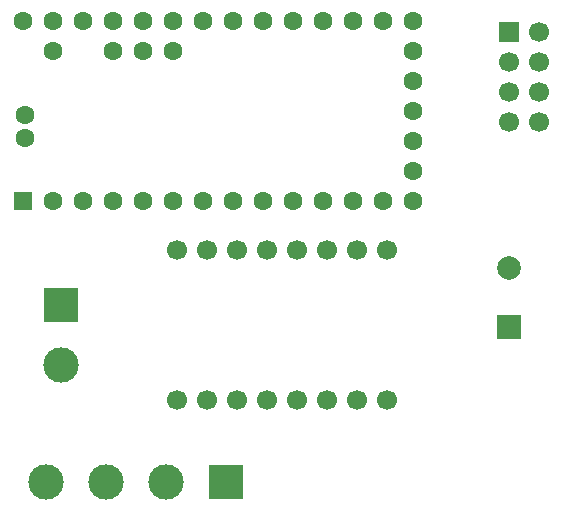
<source format=gbs>
%TF.GenerationSoftware,KiCad,Pcbnew,(6.0.6)*%
%TF.CreationDate,2022-07-07T23:48:31-04:00*%
%TF.ProjectId,Autohelm_Thruster,4175746f-6865-46c6-9d5f-546872757374,rev?*%
%TF.SameCoordinates,Original*%
%TF.FileFunction,Soldermask,Bot*%
%TF.FilePolarity,Negative*%
%FSLAX46Y46*%
G04 Gerber Fmt 4.6, Leading zero omitted, Abs format (unit mm)*
G04 Created by KiCad (PCBNEW (6.0.6)) date 2022-07-07 23:48:31*
%MOMM*%
%LPD*%
G01*
G04 APERTURE LIST*
%ADD10R,2.000000X2.000000*%
%ADD11C,2.000000*%
%ADD12R,3.000000X3.000000*%
%ADD13C,3.000000*%
%ADD14R,1.700000X1.700000*%
%ADD15C,1.700000*%
%ADD16R,1.600000X1.600000*%
%ADD17C,1.600000*%
G04 APERTURE END LIST*
D10*
%TO.C,C3*%
X115500000Y-120367677D03*
D11*
X115500000Y-115367677D03*
%TD*%
D12*
%TO.C,Battery_In1*%
X77500000Y-118500000D03*
D13*
X77500000Y-123580000D03*
%TD*%
D14*
%TO.C,U2*%
X115500000Y-95375000D03*
D15*
X118040000Y-95375000D03*
X115500000Y-97915000D03*
X118040000Y-97915000D03*
X115500000Y-100455000D03*
X118040000Y-100455000D03*
X115500000Y-102995000D03*
X118040000Y-102995000D03*
%TD*%
D16*
%TO.C,U3*%
X74300000Y-109740000D03*
D17*
X76840000Y-109740000D03*
X79380000Y-109740000D03*
X81920000Y-109740000D03*
X84460000Y-109740000D03*
X87000000Y-109740000D03*
X89540000Y-109740000D03*
X92080000Y-109740000D03*
X94620000Y-109740000D03*
X97160000Y-109740000D03*
X99700000Y-109740000D03*
X102240000Y-109740000D03*
X104780000Y-109740000D03*
X107320000Y-109740000D03*
X107320000Y-107200000D03*
X107320000Y-104660000D03*
X107320000Y-102120000D03*
X107320000Y-99580000D03*
X107320000Y-97040000D03*
X107320000Y-94500000D03*
X104780000Y-94500000D03*
X102240000Y-94500000D03*
X99700000Y-94500000D03*
X97160000Y-94500000D03*
X94620000Y-94500000D03*
X92080000Y-94500000D03*
X89540000Y-94500000D03*
X87000000Y-94500000D03*
X84460000Y-94500000D03*
X81920000Y-94500000D03*
X79380000Y-94500000D03*
X76840000Y-94500000D03*
X74300000Y-94500000D03*
X76840000Y-97040000D03*
X81920000Y-97040000D03*
X84460000Y-97040000D03*
X87000000Y-97040000D03*
X74477800Y-104406000D03*
X74477800Y-102424800D03*
%TD*%
D15*
%TO.C,U4*%
X105090000Y-113850000D03*
X102550000Y-113850000D03*
X100010000Y-113850000D03*
X97470000Y-113850000D03*
X94930000Y-113850000D03*
X92390000Y-113850000D03*
X89850000Y-113850000D03*
X87310000Y-113850000D03*
X105090000Y-126550000D03*
X102550000Y-126550000D03*
X100010000Y-126550000D03*
X97470000Y-126550000D03*
X94930000Y-126550000D03*
X92390000Y-126550000D03*
X89850000Y-126550000D03*
X87310000Y-126550000D03*
%TD*%
D12*
%TO.C,MOTOR OUT*%
X91500000Y-133500000D03*
D13*
X86420000Y-133500000D03*
X81340000Y-133500000D03*
X76260000Y-133500000D03*
%TD*%
M02*

</source>
